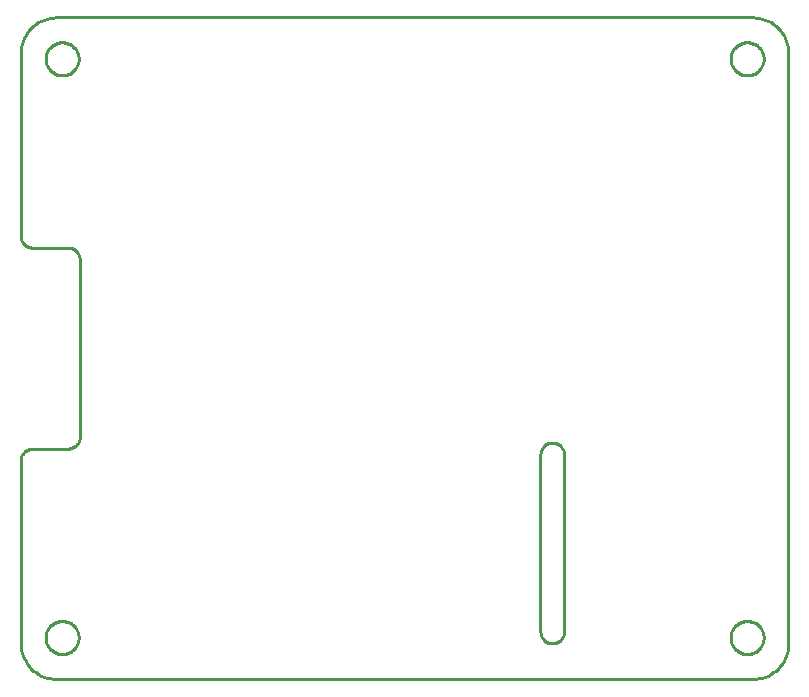
<source format=gbr>
G04 EAGLE Gerber RS-274X export*
G75*
%MOMM*%
%FSLAX34Y34*%
%LPD*%
%IN*%
%IPPOS*%
%AMOC8*
5,1,8,0,0,1.08239X$1,22.5*%
G01*
%ADD10C,0.254000*%


D10*
X0Y30000D02*
X114Y27385D01*
X456Y24791D01*
X1022Y22235D01*
X1809Y19739D01*
X2811Y17321D01*
X4019Y15000D01*
X5425Y12793D01*
X7019Y10716D01*
X8787Y8787D01*
X10716Y7019D01*
X12793Y5425D01*
X15000Y4019D01*
X17321Y2811D01*
X19739Y1809D01*
X22235Y1022D01*
X24791Y456D01*
X27385Y114D01*
X30000Y0D01*
X620000Y0D01*
X622615Y114D01*
X625209Y456D01*
X627765Y1022D01*
X630261Y1809D01*
X632679Y2811D01*
X635000Y4019D01*
X637207Y5425D01*
X639284Y7019D01*
X641213Y8787D01*
X642981Y10716D01*
X644575Y12793D01*
X645981Y15000D01*
X647189Y17321D01*
X648191Y19739D01*
X648978Y22235D01*
X649544Y24791D01*
X649886Y27385D01*
X650000Y30000D01*
X650000Y530000D01*
X649886Y532615D01*
X649544Y535209D01*
X648978Y537765D01*
X648191Y540261D01*
X647189Y542679D01*
X645981Y545000D01*
X644575Y547207D01*
X642981Y549284D01*
X641213Y551213D01*
X639284Y552981D01*
X637207Y554575D01*
X635000Y555981D01*
X632679Y557189D01*
X630261Y558191D01*
X627765Y558978D01*
X625209Y559544D01*
X622615Y559886D01*
X620000Y560000D01*
X30000Y560000D01*
X27385Y559886D01*
X24791Y559544D01*
X22235Y558978D01*
X19739Y558191D01*
X17321Y557189D01*
X15000Y555981D01*
X12793Y554575D01*
X10716Y552981D01*
X8787Y551213D01*
X7019Y549284D01*
X5425Y547207D01*
X4019Y545000D01*
X2811Y542679D01*
X1809Y540261D01*
X1022Y537765D01*
X456Y535209D01*
X114Y532615D01*
X0Y530000D01*
X0Y375000D01*
X38Y374128D01*
X152Y373264D01*
X341Y372412D01*
X603Y371580D01*
X937Y370774D01*
X1340Y370000D01*
X1808Y369264D01*
X2340Y368572D01*
X2929Y367929D01*
X3572Y367340D01*
X4264Y366808D01*
X5000Y366340D01*
X5774Y365937D01*
X6580Y365603D01*
X7412Y365341D01*
X8264Y365152D01*
X9128Y365038D01*
X10000Y365000D01*
X40000Y365000D01*
X40872Y364962D01*
X41736Y364848D01*
X42588Y364659D01*
X43420Y364397D01*
X44226Y364063D01*
X45000Y363660D01*
X45736Y363192D01*
X46428Y362660D01*
X47071Y362071D01*
X47660Y361428D01*
X48192Y360736D01*
X48660Y360000D01*
X49063Y359226D01*
X49397Y358420D01*
X49659Y357588D01*
X49848Y356736D01*
X49962Y355872D01*
X50000Y355000D01*
X50000Y205000D01*
X49962Y204128D01*
X49848Y203264D01*
X49659Y202412D01*
X49397Y201580D01*
X49063Y200774D01*
X48660Y200000D01*
X48192Y199264D01*
X47660Y198572D01*
X47071Y197929D01*
X46428Y197340D01*
X45736Y196808D01*
X45000Y196340D01*
X44226Y195937D01*
X43420Y195603D01*
X42588Y195341D01*
X41736Y195152D01*
X40872Y195038D01*
X40000Y195000D01*
X10000Y195000D01*
X9128Y194962D01*
X8264Y194848D01*
X7412Y194659D01*
X6580Y194397D01*
X5774Y194063D01*
X5000Y193660D01*
X4264Y193192D01*
X3572Y192660D01*
X2929Y192071D01*
X2340Y191428D01*
X1808Y190736D01*
X1340Y190000D01*
X937Y189226D01*
X603Y188420D01*
X341Y187588D01*
X152Y186736D01*
X38Y185872D01*
X0Y185000D01*
X0Y30000D01*
X440000Y40000D02*
X440038Y39128D01*
X440152Y38264D01*
X440341Y37412D01*
X440603Y36580D01*
X440937Y35774D01*
X441340Y35000D01*
X441808Y34264D01*
X442340Y33572D01*
X442929Y32929D01*
X443572Y32340D01*
X444264Y31808D01*
X445000Y31340D01*
X445774Y30937D01*
X446580Y30603D01*
X447412Y30341D01*
X448264Y30152D01*
X449128Y30038D01*
X450000Y30000D01*
X450872Y30038D01*
X451736Y30152D01*
X452588Y30341D01*
X453420Y30603D01*
X454226Y30937D01*
X455000Y31340D01*
X455736Y31808D01*
X456428Y32340D01*
X457071Y32929D01*
X457660Y33572D01*
X458192Y34264D01*
X458660Y35000D01*
X459063Y35774D01*
X459397Y36580D01*
X459659Y37412D01*
X459848Y38264D01*
X459962Y39128D01*
X460000Y40000D01*
X460000Y190000D01*
X459962Y190872D01*
X459848Y191736D01*
X459659Y192588D01*
X459397Y193420D01*
X459063Y194226D01*
X458660Y195000D01*
X458192Y195736D01*
X457660Y196428D01*
X457071Y197071D01*
X456428Y197660D01*
X455736Y198192D01*
X455000Y198660D01*
X454226Y199063D01*
X453420Y199397D01*
X452588Y199659D01*
X451736Y199848D01*
X450872Y199962D01*
X450000Y200000D01*
X449128Y199962D01*
X448264Y199848D01*
X447412Y199659D01*
X446580Y199397D01*
X445774Y199063D01*
X445000Y198660D01*
X444264Y198192D01*
X443572Y197660D01*
X442929Y197071D01*
X442340Y196428D01*
X441808Y195736D01*
X441340Y195000D01*
X440937Y194226D01*
X440603Y193420D01*
X440341Y192588D01*
X440152Y191736D01*
X440038Y190872D01*
X440000Y190000D01*
X440000Y40000D01*
X440000Y40000D02*
X440038Y39128D01*
X440152Y38264D01*
X440341Y37412D01*
X440603Y36580D01*
X440937Y35774D01*
X441340Y35000D01*
X441808Y34264D01*
X442340Y33572D01*
X442929Y32929D01*
X443572Y32340D01*
X444264Y31808D01*
X445000Y31340D01*
X445774Y30937D01*
X446580Y30603D01*
X447412Y30341D01*
X448264Y30152D01*
X449128Y30038D01*
X450000Y30000D01*
X450872Y30038D01*
X451736Y30152D01*
X452588Y30341D01*
X453420Y30603D01*
X454226Y30937D01*
X455000Y31340D01*
X455736Y31808D01*
X456428Y32340D01*
X457071Y32929D01*
X457660Y33572D01*
X458192Y34264D01*
X458660Y35000D01*
X459063Y35774D01*
X459397Y36580D01*
X459659Y37412D01*
X459848Y38264D01*
X459962Y39128D01*
X460000Y40000D01*
X460000Y190000D01*
X459962Y190872D01*
X459848Y191736D01*
X459659Y192588D01*
X459397Y193420D01*
X459063Y194226D01*
X458660Y195000D01*
X458192Y195736D01*
X457660Y196428D01*
X457071Y197071D01*
X456428Y197660D01*
X455736Y198192D01*
X455000Y198660D01*
X454226Y199063D01*
X453420Y199397D01*
X452588Y199659D01*
X451736Y199848D01*
X450872Y199962D01*
X450000Y200000D01*
X449128Y199962D01*
X448264Y199848D01*
X447412Y199659D01*
X446580Y199397D01*
X445774Y199063D01*
X445000Y198660D01*
X444264Y198192D01*
X443572Y197660D01*
X442929Y197071D01*
X442340Y196428D01*
X441808Y195736D01*
X441340Y195000D01*
X440937Y194226D01*
X440603Y193420D01*
X440341Y192588D01*
X440152Y191736D01*
X440038Y190872D01*
X440000Y190000D01*
X440000Y40000D01*
X49000Y34500D02*
X48929Y33503D01*
X48786Y32513D01*
X48574Y31536D01*
X48292Y30576D01*
X47943Y29639D01*
X47527Y28729D01*
X47048Y27852D01*
X46507Y27010D01*
X45908Y26210D01*
X45253Y25454D01*
X44546Y24747D01*
X43790Y24092D01*
X42990Y23493D01*
X42148Y22952D01*
X41271Y22473D01*
X40361Y22057D01*
X39424Y21708D01*
X38465Y21426D01*
X37487Y21214D01*
X36498Y21071D01*
X35500Y21000D01*
X34500Y21000D01*
X33503Y21071D01*
X32513Y21214D01*
X31536Y21426D01*
X30576Y21708D01*
X29639Y22057D01*
X28729Y22473D01*
X27852Y22952D01*
X27010Y23493D01*
X26210Y24092D01*
X25454Y24747D01*
X24747Y25454D01*
X24092Y26210D01*
X23493Y27010D01*
X22952Y27852D01*
X22473Y28729D01*
X22057Y29639D01*
X21708Y30576D01*
X21426Y31536D01*
X21214Y32513D01*
X21071Y33503D01*
X21000Y34500D01*
X21000Y35500D01*
X21071Y36498D01*
X21214Y37487D01*
X21426Y38465D01*
X21708Y39424D01*
X22057Y40361D01*
X22473Y41271D01*
X22952Y42148D01*
X23493Y42990D01*
X24092Y43790D01*
X24747Y44546D01*
X25454Y45253D01*
X26210Y45908D01*
X27010Y46507D01*
X27852Y47048D01*
X28729Y47527D01*
X29639Y47943D01*
X30576Y48292D01*
X31536Y48574D01*
X32513Y48786D01*
X33503Y48929D01*
X34500Y49000D01*
X35500Y49000D01*
X36498Y48929D01*
X37487Y48786D01*
X38465Y48574D01*
X39424Y48292D01*
X40361Y47943D01*
X41271Y47527D01*
X42148Y47048D01*
X42990Y46507D01*
X43790Y45908D01*
X44546Y45253D01*
X45253Y44546D01*
X45908Y43790D01*
X46507Y42990D01*
X47048Y42148D01*
X47527Y41271D01*
X47943Y40361D01*
X48292Y39424D01*
X48574Y38465D01*
X48786Y37487D01*
X48929Y36498D01*
X49000Y35500D01*
X49000Y34500D01*
X49000Y524500D02*
X48929Y523503D01*
X48786Y522513D01*
X48574Y521536D01*
X48292Y520576D01*
X47943Y519639D01*
X47527Y518729D01*
X47048Y517852D01*
X46507Y517010D01*
X45908Y516210D01*
X45253Y515454D01*
X44546Y514747D01*
X43790Y514092D01*
X42990Y513493D01*
X42148Y512952D01*
X41271Y512473D01*
X40361Y512057D01*
X39424Y511708D01*
X38465Y511426D01*
X37487Y511214D01*
X36498Y511071D01*
X35500Y511000D01*
X34500Y511000D01*
X33503Y511071D01*
X32513Y511214D01*
X31536Y511426D01*
X30576Y511708D01*
X29639Y512057D01*
X28729Y512473D01*
X27852Y512952D01*
X27010Y513493D01*
X26210Y514092D01*
X25454Y514747D01*
X24747Y515454D01*
X24092Y516210D01*
X23493Y517010D01*
X22952Y517852D01*
X22473Y518729D01*
X22057Y519639D01*
X21708Y520576D01*
X21426Y521536D01*
X21214Y522513D01*
X21071Y523503D01*
X21000Y524500D01*
X21000Y525500D01*
X21071Y526498D01*
X21214Y527487D01*
X21426Y528465D01*
X21708Y529424D01*
X22057Y530361D01*
X22473Y531271D01*
X22952Y532148D01*
X23493Y532990D01*
X24092Y533790D01*
X24747Y534546D01*
X25454Y535253D01*
X26210Y535908D01*
X27010Y536507D01*
X27852Y537048D01*
X28729Y537527D01*
X29639Y537943D01*
X30576Y538292D01*
X31536Y538574D01*
X32513Y538786D01*
X33503Y538929D01*
X34500Y539000D01*
X35500Y539000D01*
X36498Y538929D01*
X37487Y538786D01*
X38465Y538574D01*
X39424Y538292D01*
X40361Y537943D01*
X41271Y537527D01*
X42148Y537048D01*
X42990Y536507D01*
X43790Y535908D01*
X44546Y535253D01*
X45253Y534546D01*
X45908Y533790D01*
X46507Y532990D01*
X47048Y532148D01*
X47527Y531271D01*
X47943Y530361D01*
X48292Y529424D01*
X48574Y528465D01*
X48786Y527487D01*
X48929Y526498D01*
X49000Y525500D01*
X49000Y524500D01*
X629000Y524500D02*
X628929Y523503D01*
X628786Y522513D01*
X628574Y521536D01*
X628292Y520576D01*
X627943Y519639D01*
X627527Y518729D01*
X627048Y517852D01*
X626507Y517010D01*
X625908Y516210D01*
X625253Y515454D01*
X624546Y514747D01*
X623790Y514092D01*
X622990Y513493D01*
X622148Y512952D01*
X621271Y512473D01*
X620361Y512057D01*
X619424Y511708D01*
X618465Y511426D01*
X617487Y511214D01*
X616498Y511071D01*
X615500Y511000D01*
X614500Y511000D01*
X613503Y511071D01*
X612513Y511214D01*
X611536Y511426D01*
X610576Y511708D01*
X609639Y512057D01*
X608729Y512473D01*
X607852Y512952D01*
X607010Y513493D01*
X606210Y514092D01*
X605454Y514747D01*
X604747Y515454D01*
X604092Y516210D01*
X603493Y517010D01*
X602952Y517852D01*
X602473Y518729D01*
X602057Y519639D01*
X601708Y520576D01*
X601426Y521536D01*
X601214Y522513D01*
X601071Y523503D01*
X601000Y524500D01*
X601000Y525500D01*
X601071Y526498D01*
X601214Y527487D01*
X601426Y528465D01*
X601708Y529424D01*
X602057Y530361D01*
X602473Y531271D01*
X602952Y532148D01*
X603493Y532990D01*
X604092Y533790D01*
X604747Y534546D01*
X605454Y535253D01*
X606210Y535908D01*
X607010Y536507D01*
X607852Y537048D01*
X608729Y537527D01*
X609639Y537943D01*
X610576Y538292D01*
X611536Y538574D01*
X612513Y538786D01*
X613503Y538929D01*
X614500Y539000D01*
X615500Y539000D01*
X616498Y538929D01*
X617487Y538786D01*
X618465Y538574D01*
X619424Y538292D01*
X620361Y537943D01*
X621271Y537527D01*
X622148Y537048D01*
X622990Y536507D01*
X623790Y535908D01*
X624546Y535253D01*
X625253Y534546D01*
X625908Y533790D01*
X626507Y532990D01*
X627048Y532148D01*
X627527Y531271D01*
X627943Y530361D01*
X628292Y529424D01*
X628574Y528465D01*
X628786Y527487D01*
X628929Y526498D01*
X629000Y525500D01*
X629000Y524500D01*
X629000Y34500D02*
X628929Y33503D01*
X628786Y32513D01*
X628574Y31536D01*
X628292Y30576D01*
X627943Y29639D01*
X627527Y28729D01*
X627048Y27852D01*
X626507Y27010D01*
X625908Y26210D01*
X625253Y25454D01*
X624546Y24747D01*
X623790Y24092D01*
X622990Y23493D01*
X622148Y22952D01*
X621271Y22473D01*
X620361Y22057D01*
X619424Y21708D01*
X618465Y21426D01*
X617487Y21214D01*
X616498Y21071D01*
X615500Y21000D01*
X614500Y21000D01*
X613503Y21071D01*
X612513Y21214D01*
X611536Y21426D01*
X610576Y21708D01*
X609639Y22057D01*
X608729Y22473D01*
X607852Y22952D01*
X607010Y23493D01*
X606210Y24092D01*
X605454Y24747D01*
X604747Y25454D01*
X604092Y26210D01*
X603493Y27010D01*
X602952Y27852D01*
X602473Y28729D01*
X602057Y29639D01*
X601708Y30576D01*
X601426Y31536D01*
X601214Y32513D01*
X601071Y33503D01*
X601000Y34500D01*
X601000Y35500D01*
X601071Y36498D01*
X601214Y37487D01*
X601426Y38465D01*
X601708Y39424D01*
X602057Y40361D01*
X602473Y41271D01*
X602952Y42148D01*
X603493Y42990D01*
X604092Y43790D01*
X604747Y44546D01*
X605454Y45253D01*
X606210Y45908D01*
X607010Y46507D01*
X607852Y47048D01*
X608729Y47527D01*
X609639Y47943D01*
X610576Y48292D01*
X611536Y48574D01*
X612513Y48786D01*
X613503Y48929D01*
X614500Y49000D01*
X615500Y49000D01*
X616498Y48929D01*
X617487Y48786D01*
X618465Y48574D01*
X619424Y48292D01*
X620361Y47943D01*
X621271Y47527D01*
X622148Y47048D01*
X622990Y46507D01*
X623790Y45908D01*
X624546Y45253D01*
X625253Y44546D01*
X625908Y43790D01*
X626507Y42990D01*
X627048Y42148D01*
X627527Y41271D01*
X627943Y40361D01*
X628292Y39424D01*
X628574Y38465D01*
X628786Y37487D01*
X628929Y36498D01*
X629000Y35500D01*
X629000Y34500D01*
M02*

</source>
